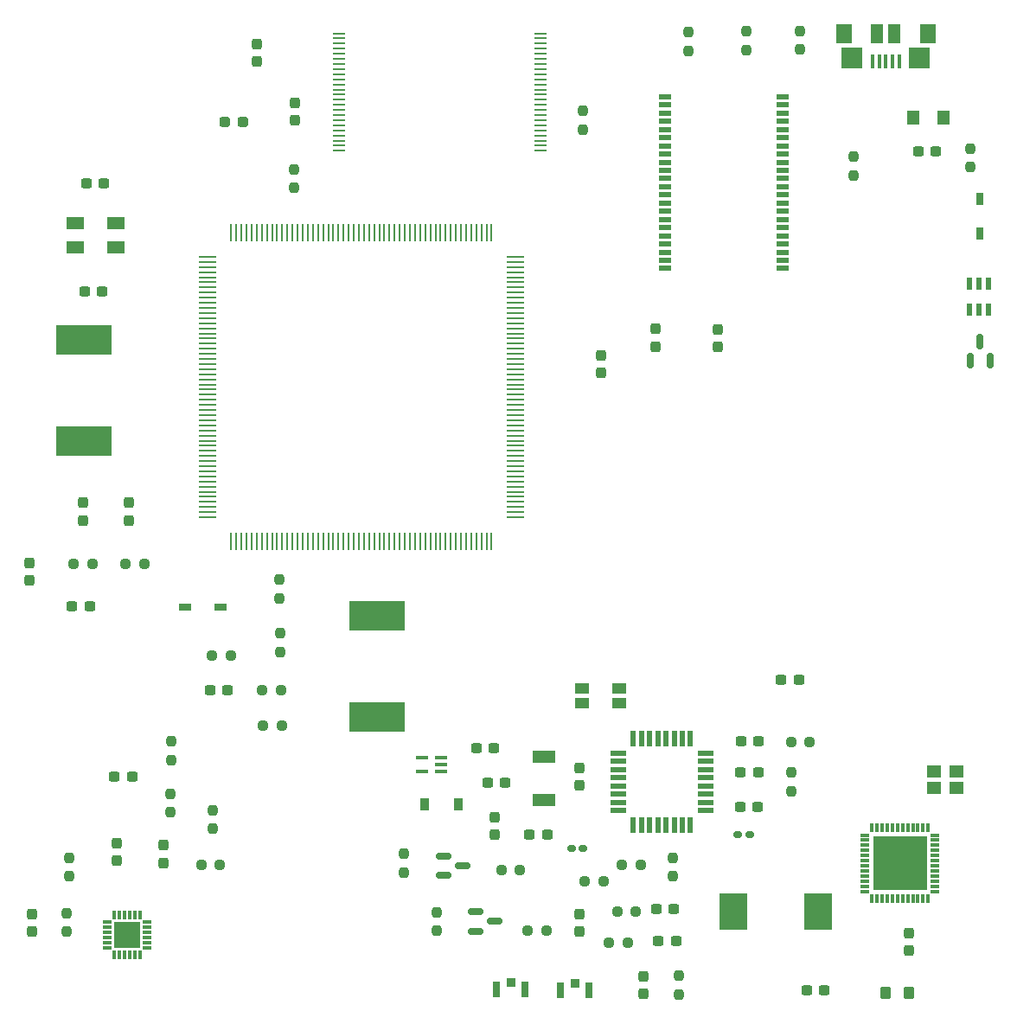
<source format=gtp>
%TF.GenerationSoftware,KiCad,Pcbnew,(6.0.8)*%
%TF.CreationDate,2022-12-02T10:37:27+07:00*%
%TF.ProjectId,espot_mainboard,6573706f-745f-46d6-9169-6e626f617264,rev?*%
%TF.SameCoordinates,Original*%
%TF.FileFunction,Paste,Top*%
%TF.FilePolarity,Positive*%
%FSLAX46Y46*%
G04 Gerber Fmt 4.6, Leading zero omitted, Abs format (unit mm)*
G04 Created by KiCad (PCBNEW (6.0.8)) date 2022-12-02 10:37:27*
%MOMM*%
%LPD*%
G01*
G04 APERTURE LIST*
G04 Aperture macros list*
%AMRoundRect*
0 Rectangle with rounded corners*
0 $1 Rounding radius*
0 $2 $3 $4 $5 $6 $7 $8 $9 X,Y pos of 4 corners*
0 Add a 4 corners polygon primitive as box body*
4,1,4,$2,$3,$4,$5,$6,$7,$8,$9,$2,$3,0*
0 Add four circle primitives for the rounded corners*
1,1,$1+$1,$2,$3*
1,1,$1+$1,$4,$5*
1,1,$1+$1,$6,$7*
1,1,$1+$1,$8,$9*
0 Add four rect primitives between the rounded corners*
20,1,$1+$1,$2,$3,$4,$5,0*
20,1,$1+$1,$4,$5,$6,$7,0*
20,1,$1+$1,$6,$7,$8,$9,0*
20,1,$1+$1,$8,$9,$2,$3,0*%
G04 Aperture macros list end*
%ADD10R,2.200000X1.300000*%
%ADD11R,0.270000X1.741200*%
%ADD12R,1.741200X0.270000*%
%ADD13R,1.206500X0.279400*%
%ADD14RoundRect,0.237500X-0.250000X-0.237500X0.250000X-0.237500X0.250000X0.237500X-0.250000X0.237500X0*%
%ADD15R,1.200000X0.400000*%
%ADD16R,1.295000X0.600000*%
%ADD17RoundRect,0.237500X0.237500X-0.300000X0.237500X0.300000X-0.237500X0.300000X-0.237500X-0.300000X0*%
%ADD18RoundRect,0.237500X0.237500X-0.250000X0.237500X0.250000X-0.237500X0.250000X-0.237500X-0.250000X0*%
%ADD19RoundRect,0.237500X-0.237500X0.300000X-0.237500X-0.300000X0.237500X-0.300000X0.237500X0.300000X0*%
%ADD20RoundRect,0.237500X-0.300000X-0.237500X0.300000X-0.237500X0.300000X0.237500X-0.300000X0.237500X0*%
%ADD21R,2.700000X3.600000*%
%ADD22RoundRect,0.237500X-0.237500X0.250000X-0.237500X-0.250000X0.237500X-0.250000X0.237500X0.250000X0*%
%ADD23RoundRect,0.237500X-0.237500X0.287500X-0.237500X-0.287500X0.237500X-0.287500X0.237500X0.287500X0*%
%ADD24R,0.750000X1.500000*%
%ADD25R,0.900000X0.900000*%
%ADD26R,2.550000X2.550000*%
%ADD27R,0.850000X0.300000*%
%ADD28R,0.300000X0.850000*%
%ADD29RoundRect,0.237500X0.250000X0.237500X-0.250000X0.237500X-0.250000X-0.237500X0.250000X-0.237500X0*%
%ADD30RoundRect,0.237500X0.300000X0.237500X-0.300000X0.237500X-0.300000X-0.237500X0.300000X-0.237500X0*%
%ADD31R,1.300000X1.400000*%
%ADD32R,1.150000X0.800000*%
%ADD33R,1.400000X1.050000*%
%ADD34R,0.600000X1.250000*%
%ADD35R,0.750000X1.200000*%
%ADD36R,5.400000X2.900000*%
%ADD37R,0.900000X1.200000*%
%ADD38RoundRect,0.160000X-0.222500X-0.160000X0.222500X-0.160000X0.222500X0.160000X-0.222500X0.160000X0*%
%ADD39RoundRect,0.250000X0.275000X0.350000X-0.275000X0.350000X-0.275000X-0.350000X0.275000X-0.350000X0*%
%ADD40RoundRect,0.150000X-0.587500X-0.150000X0.587500X-0.150000X0.587500X0.150000X-0.587500X0.150000X0*%
%ADD41R,1.400000X1.150000*%
%ADD42RoundRect,0.237500X0.287500X0.237500X-0.287500X0.237500X-0.287500X-0.237500X0.287500X-0.237500X0*%
%ADD43R,0.400000X1.350000*%
%ADD44R,2.100000X2.000000*%
%ADD45R,1.600000X1.900000*%
%ADD46R,1.200000X1.900000*%
%ADD47R,5.250000X5.250000*%
%ADD48RoundRect,0.150000X0.150000X-0.587500X0.150000X0.587500X-0.150000X0.587500X-0.150000X-0.587500X0*%
%ADD49R,1.800000X1.200000*%
%ADD50R,1.500000X0.600000*%
%ADD51R,0.600000X1.500000*%
G04 APERTURE END LIST*
D10*
%TO.C,Y2*%
X105525200Y-107581500D03*
X105525200Y-111781500D03*
%TD*%
D11*
%TO.C,U1*%
X74913400Y-56303604D03*
X75413399Y-56303604D03*
X75913401Y-56303604D03*
X76413400Y-56303604D03*
X76913399Y-56303604D03*
X77413400Y-56303604D03*
X77913399Y-56303604D03*
X78413401Y-56303604D03*
X78913400Y-56303604D03*
X79413399Y-56303604D03*
X79913400Y-56303604D03*
X80413399Y-56303604D03*
X80913401Y-56303604D03*
X81413400Y-56303604D03*
X81913399Y-56303604D03*
X82413400Y-56303604D03*
X82913399Y-56303604D03*
X83413401Y-56303604D03*
X83913400Y-56303604D03*
X84413399Y-56303604D03*
X84913400Y-56303604D03*
X85413399Y-56303604D03*
X85913401Y-56303604D03*
X86413400Y-56303604D03*
X86913399Y-56303604D03*
X87413400Y-56303604D03*
X87913400Y-56303604D03*
X88413401Y-56303604D03*
X88913400Y-56303604D03*
X89413399Y-56303604D03*
X89913401Y-56303604D03*
X90413400Y-56303604D03*
X90913401Y-56303604D03*
X91413400Y-56303604D03*
X91913399Y-56303604D03*
X92413401Y-56303604D03*
X92913400Y-56303604D03*
X93413401Y-56303604D03*
X93913400Y-56303604D03*
X94413399Y-56303604D03*
X94913401Y-56303604D03*
X95413400Y-56303604D03*
X95913401Y-56303604D03*
X96413400Y-56303604D03*
X96913399Y-56303604D03*
X97413401Y-56303604D03*
X97913400Y-56303604D03*
X98413399Y-56303604D03*
X98913400Y-56303604D03*
X99413399Y-56303604D03*
X99913401Y-56303604D03*
X100413400Y-56303604D03*
D12*
X102748396Y-58638600D03*
X102748396Y-59138599D03*
X102748396Y-59638601D03*
X102748396Y-60138600D03*
X102748396Y-60638599D03*
X102748396Y-61138600D03*
X102748396Y-61638599D03*
X102748396Y-62138601D03*
X102748396Y-62638600D03*
X102748396Y-63138599D03*
X102748396Y-63638600D03*
X102748396Y-64138599D03*
X102748396Y-64638601D03*
X102748396Y-65138600D03*
X102748396Y-65638599D03*
X102748396Y-66138600D03*
X102748396Y-66638599D03*
X102748396Y-67138601D03*
X102748396Y-67638600D03*
X102748396Y-68138599D03*
X102748396Y-68638600D03*
X102748396Y-69138599D03*
X102748396Y-69638601D03*
X102748396Y-70138600D03*
X102748396Y-70638599D03*
X102748396Y-71138600D03*
X102748396Y-71638600D03*
X102748396Y-72138601D03*
X102748396Y-72638600D03*
X102748396Y-73138599D03*
X102748396Y-73638601D03*
X102748396Y-74138600D03*
X102748396Y-74638601D03*
X102748396Y-75138600D03*
X102748396Y-75638599D03*
X102748396Y-76138601D03*
X102748396Y-76638600D03*
X102748396Y-77138601D03*
X102748396Y-77638600D03*
X102748396Y-78138599D03*
X102748396Y-78638601D03*
X102748396Y-79138600D03*
X102748396Y-79638601D03*
X102748396Y-80138600D03*
X102748396Y-80638599D03*
X102748396Y-81138601D03*
X102748396Y-81638600D03*
X102748396Y-82138599D03*
X102748396Y-82638600D03*
X102748396Y-83138599D03*
X102748396Y-83638601D03*
X102748396Y-84138600D03*
D11*
X100413400Y-86473596D03*
X99913401Y-86473596D03*
X99413399Y-86473596D03*
X98913400Y-86473596D03*
X98413401Y-86473596D03*
X97913400Y-86473596D03*
X97413401Y-86473596D03*
X96913399Y-86473596D03*
X96413400Y-86473596D03*
X95913401Y-86473596D03*
X95413400Y-86473596D03*
X94913401Y-86473596D03*
X94413399Y-86473596D03*
X93913400Y-86473596D03*
X93413401Y-86473596D03*
X92913400Y-86473596D03*
X92413401Y-86473596D03*
X91913399Y-86473596D03*
X91413400Y-86473596D03*
X90913401Y-86473596D03*
X90413400Y-86473596D03*
X89913401Y-86473596D03*
X89413399Y-86473596D03*
X88913400Y-86473596D03*
X88413401Y-86473596D03*
X87913400Y-86473596D03*
X87413400Y-86473596D03*
X86913399Y-86473596D03*
X86413400Y-86473596D03*
X85913401Y-86473596D03*
X85413399Y-86473596D03*
X84913400Y-86473596D03*
X84413399Y-86473596D03*
X83913400Y-86473596D03*
X83413401Y-86473596D03*
X82913399Y-86473596D03*
X82413400Y-86473596D03*
X81913399Y-86473596D03*
X81413400Y-86473596D03*
X80913401Y-86473596D03*
X80413399Y-86473596D03*
X79913400Y-86473596D03*
X79413399Y-86473596D03*
X78913400Y-86473596D03*
X78413401Y-86473596D03*
X77913399Y-86473596D03*
X77413400Y-86473596D03*
X76913401Y-86473596D03*
X76413400Y-86473596D03*
X75913401Y-86473596D03*
X75413399Y-86473596D03*
X74913400Y-86473596D03*
D12*
X72578404Y-84138600D03*
X72578404Y-83638601D03*
X72578404Y-83138599D03*
X72578404Y-82638600D03*
X72578404Y-82138599D03*
X72578404Y-81638600D03*
X72578404Y-81138601D03*
X72578404Y-80638599D03*
X72578404Y-80138600D03*
X72578404Y-79638599D03*
X72578404Y-79138600D03*
X72578404Y-78638601D03*
X72578404Y-78138599D03*
X72578404Y-77638600D03*
X72578404Y-77138599D03*
X72578404Y-76638600D03*
X72578404Y-76138601D03*
X72578404Y-75638599D03*
X72578404Y-75138600D03*
X72578404Y-74638599D03*
X72578404Y-74138600D03*
X72578404Y-73638601D03*
X72578404Y-73138599D03*
X72578404Y-72638600D03*
X72578404Y-72138598D03*
X72578404Y-71638600D03*
X72578404Y-71138600D03*
X72578404Y-70638599D03*
X72578404Y-70138600D03*
X72578404Y-69638601D03*
X72578404Y-69138599D03*
X72578404Y-68638600D03*
X72578404Y-68138599D03*
X72578404Y-67638600D03*
X72578404Y-67138601D03*
X72578404Y-66638599D03*
X72578404Y-66138600D03*
X72578404Y-65638599D03*
X72578404Y-65138600D03*
X72578404Y-64638601D03*
X72578404Y-64138599D03*
X72578404Y-63638600D03*
X72578404Y-63138599D03*
X72578404Y-62638600D03*
X72578404Y-62138601D03*
X72578404Y-61638599D03*
X72578404Y-61138600D03*
X72578404Y-60638599D03*
X72578404Y-60138600D03*
X72578404Y-59638601D03*
X72578404Y-59138599D03*
X72578404Y-58638600D03*
%TD*%
D13*
%TO.C,U2*%
X105167150Y-48263199D03*
X105167150Y-47763200D03*
X105167150Y-47263201D03*
X105167150Y-46763199D03*
X105167150Y-46263200D03*
X105167150Y-45763201D03*
X105167150Y-45263200D03*
X105167150Y-44763201D03*
X105167150Y-44263199D03*
X105167150Y-43763200D03*
X105167150Y-43263201D03*
X105167150Y-42763200D03*
X105167150Y-42263200D03*
X105167150Y-41763199D03*
X105167150Y-41263200D03*
X105167150Y-40763201D03*
X105167150Y-40263199D03*
X105167150Y-39763200D03*
X105167150Y-39263199D03*
X105167150Y-38763200D03*
X105167150Y-38263201D03*
X105167150Y-37763199D03*
X105167150Y-37263200D03*
X105167150Y-36763199D03*
X85469450Y-36763201D03*
X85469450Y-37263200D03*
X85469450Y-37763199D03*
X85469450Y-38263201D03*
X85469450Y-38763200D03*
X85469450Y-39263201D03*
X85469450Y-39763200D03*
X85469450Y-40263199D03*
X85469450Y-40763201D03*
X85469450Y-41263200D03*
X85469450Y-41763202D03*
X85469450Y-42263200D03*
X85469450Y-42763200D03*
X85469450Y-43263201D03*
X85469450Y-43763200D03*
X85469450Y-44263199D03*
X85469450Y-44763201D03*
X85469450Y-45263200D03*
X85469450Y-45763201D03*
X85469450Y-46263200D03*
X85469450Y-46763199D03*
X85469450Y-47263201D03*
X85469450Y-47763200D03*
X85469450Y-48263201D03*
%TD*%
D14*
%TO.C,R51*%
X129737900Y-106123600D03*
X131562900Y-106123600D03*
%TD*%
D15*
%TO.C,U10*%
X95477900Y-108983800D03*
X95477900Y-108333800D03*
X95477900Y-107683800D03*
X93577900Y-107683800D03*
X93577900Y-108983800D03*
%TD*%
D14*
%TO.C,R38*%
X77954200Y-101094900D03*
X79779200Y-101094900D03*
%TD*%
D16*
%TO.C,U3*%
X128878500Y-59779400D03*
X128878500Y-58979400D03*
X128878500Y-58179400D03*
X128878500Y-57379400D03*
X128878500Y-56579400D03*
X128878500Y-55779400D03*
X128878500Y-54979400D03*
X128878500Y-54179400D03*
X128878500Y-53379400D03*
X128878500Y-52579400D03*
X128878500Y-51779400D03*
X128878500Y-50979400D03*
X128878500Y-50179400D03*
X128878500Y-49379400D03*
X128878500Y-48579400D03*
X128878500Y-47779400D03*
X128878500Y-46979400D03*
X128878500Y-46179400D03*
X128878500Y-45379400D03*
X128878500Y-44579400D03*
X128878500Y-43779400D03*
X128878500Y-42979400D03*
X117422500Y-42979400D03*
X117422500Y-43779400D03*
X117422500Y-44579400D03*
X117422500Y-45379400D03*
X117422500Y-46179400D03*
X117422500Y-46979400D03*
X117422500Y-47779400D03*
X117422500Y-48579400D03*
X117422500Y-49379400D03*
X117422500Y-50179400D03*
X117422500Y-50979400D03*
X117422500Y-51779400D03*
X117422500Y-52579400D03*
X117422500Y-53379400D03*
X117422500Y-54179400D03*
X117422500Y-54979400D03*
X117422500Y-55779400D03*
X117422500Y-56579400D03*
X117422500Y-57379400D03*
X117422500Y-58179400D03*
X117422500Y-58979400D03*
X117422500Y-59779400D03*
%TD*%
D17*
%TO.C,C6*%
X111097600Y-70016000D03*
X111097600Y-68291000D03*
%TD*%
D18*
%TO.C,R20*%
X119646900Y-38463600D03*
X119646900Y-36638600D03*
%TD*%
D19*
%TO.C,C41*%
X100727400Y-113509000D03*
X100727400Y-115234000D03*
%TD*%
%TO.C,C46*%
X108975300Y-108657300D03*
X108975300Y-110382300D03*
%TD*%
D17*
%TO.C,C27*%
X55379200Y-124701700D03*
X55379200Y-122976700D03*
%TD*%
D20*
%TO.C,C32*%
X59345400Y-92868700D03*
X61070400Y-92868700D03*
%TD*%
D21*
%TO.C,L6*%
X124080500Y-122738500D03*
X132380500Y-122738500D03*
%TD*%
D22*
%TO.C,R55*%
X129785900Y-109126000D03*
X129785900Y-110951000D03*
%TD*%
D14*
%TO.C,R53*%
X113184100Y-118145100D03*
X115009100Y-118145100D03*
%TD*%
D18*
%TO.C,R37*%
X79675300Y-97294400D03*
X79675300Y-95469400D03*
%TD*%
%TO.C,R54*%
X118139700Y-119273200D03*
X118139700Y-117448200D03*
%TD*%
D17*
%TO.C,C43*%
X115310600Y-130817800D03*
X115310600Y-129092800D03*
%TD*%
D20*
%TO.C,C40*%
X124824400Y-106069700D03*
X126549400Y-106069700D03*
%TD*%
D23*
%TO.C,FB3*%
X116437700Y-65693900D03*
X116437700Y-67443900D03*
%TD*%
D20*
%TO.C,C52*%
X98894500Y-106770500D03*
X100619500Y-106770500D03*
%TD*%
%TO.C,C29*%
X63473400Y-109515300D03*
X65198400Y-109515300D03*
%TD*%
D24*
%TO.C,LED2*%
X109933400Y-130407300D03*
D25*
X108558400Y-129757300D03*
D24*
X107183400Y-130407300D03*
%TD*%
D18*
%TO.C,R45*%
X135850500Y-50664400D03*
X135850500Y-48839400D03*
%TD*%
D26*
%TO.C,U7*%
X64730500Y-125039400D03*
D27*
X62780500Y-126289400D03*
X62780500Y-125789400D03*
X62780500Y-125289400D03*
X62780500Y-124789400D03*
X62780500Y-124289400D03*
X62780500Y-123789400D03*
D28*
X63480500Y-123089400D03*
X63980500Y-123089400D03*
X64480500Y-123089400D03*
X64980500Y-123089400D03*
X65480500Y-123089400D03*
X65980500Y-123089400D03*
D27*
X66680500Y-123789400D03*
X66680500Y-124289400D03*
X66680500Y-124789400D03*
X66680500Y-125289400D03*
X66680500Y-125789400D03*
X66680500Y-126289400D03*
D28*
X65980500Y-126989400D03*
X65480500Y-126989400D03*
X64980500Y-126989400D03*
X64480500Y-126989400D03*
X63980500Y-126989400D03*
X63480500Y-126989400D03*
%TD*%
D29*
%TO.C,R41*%
X66385100Y-88663900D03*
X64560100Y-88663900D03*
%TD*%
D20*
%TO.C,C53*%
X128760100Y-100043500D03*
X130485100Y-100043500D03*
%TD*%
D18*
%TO.C,R21*%
X125380600Y-38382000D03*
X125380600Y-36557000D03*
%TD*%
D14*
%TO.C,R60*%
X111886400Y-125746100D03*
X113711400Y-125746100D03*
%TD*%
D19*
%TO.C,C31*%
X63689000Y-116011200D03*
X63689000Y-117736200D03*
%TD*%
D18*
%TO.C,R22*%
X130605100Y-38350600D03*
X130605100Y-36525600D03*
%TD*%
D20*
%TO.C,C44*%
X124770500Y-109142400D03*
X126495500Y-109142400D03*
%TD*%
D30*
%TO.C,C39*%
X143897700Y-48320600D03*
X142172700Y-48320600D03*
%TD*%
D31*
%TO.C,TS2*%
X141729000Y-44978300D03*
X144629000Y-44978300D03*
%TD*%
D32*
%TO.C,D1*%
X70405100Y-92927800D03*
X73905100Y-92927800D03*
%TD*%
D30*
%TO.C,C49*%
X132992400Y-130440500D03*
X131267400Y-130440500D03*
%TD*%
D33*
%TO.C,SW1*%
X109277800Y-100875300D03*
X112877800Y-100875300D03*
X109277800Y-102315300D03*
X112877800Y-102315300D03*
%TD*%
D34*
%TO.C,U8*%
X147175700Y-63806700D03*
X148125700Y-63806700D03*
X149075700Y-63806700D03*
X149075700Y-61306700D03*
X148125700Y-61306700D03*
X147175700Y-61306700D03*
%TD*%
D35*
%TO.C,D2*%
X148233500Y-52929600D03*
X148233500Y-56329600D03*
%TD*%
D17*
%TO.C,C36*%
X60392600Y-84446400D03*
X60392600Y-82721400D03*
%TD*%
D14*
%TO.C,R57*%
X109518400Y-119762300D03*
X111343400Y-119762300D03*
%TD*%
D18*
%TO.C,R19*%
X81049400Y-51877400D03*
X81049400Y-50052400D03*
%TD*%
D20*
%TO.C,C42*%
X100026600Y-110112800D03*
X101751600Y-110112800D03*
%TD*%
D18*
%TO.C,R66*%
X95067000Y-124610100D03*
X95067000Y-122785100D03*
%TD*%
D14*
%TO.C,R58*%
X112703400Y-122738500D03*
X114528400Y-122738500D03*
%TD*%
D36*
%TO.C,L4*%
X60473500Y-76689200D03*
X60473500Y-66789200D03*
%TD*%
D29*
%TO.C,R35*%
X79860000Y-104491100D03*
X78035000Y-104491100D03*
%TD*%
D18*
%TO.C,R36*%
X59018000Y-119280100D03*
X59018000Y-117455100D03*
%TD*%
%TO.C,R29*%
X58775400Y-124697800D03*
X58775400Y-122872800D03*
%TD*%
%TO.C,R18*%
X109348000Y-46181300D03*
X109348000Y-44356300D03*
%TD*%
D20*
%TO.C,C47*%
X116522500Y-122457700D03*
X118247500Y-122457700D03*
%TD*%
D17*
%TO.C,C28*%
X68298200Y-117978800D03*
X68298200Y-116253800D03*
%TD*%
D20*
%TO.C,C45*%
X124716600Y-112484700D03*
X126441600Y-112484700D03*
%TD*%
D37*
%TO.C,D4*%
X97115500Y-112269100D03*
X93815500Y-112269100D03*
%TD*%
D38*
%TO.C,FB9*%
X124541900Y-115234000D03*
X125686900Y-115234000D03*
%TD*%
D17*
%TO.C,C4*%
X81187100Y-45291900D03*
X81187100Y-43566900D03*
%TD*%
D14*
%TO.C,R68*%
X103965800Y-124560200D03*
X105790800Y-124560200D03*
%TD*%
D30*
%TO.C,C70*%
X62468000Y-51457100D03*
X60743000Y-51457100D03*
%TD*%
D20*
%TO.C,C50*%
X116738200Y-125584400D03*
X118463200Y-125584400D03*
%TD*%
%TO.C,C48*%
X104123600Y-115234000D03*
X105848600Y-115234000D03*
%TD*%
D19*
%TO.C,C5*%
X122582400Y-65756900D03*
X122582400Y-67481900D03*
%TD*%
D14*
%TO.C,R67*%
X101378200Y-118684200D03*
X103203200Y-118684200D03*
%TD*%
D39*
%TO.C,ANT1*%
X138985300Y-130683100D03*
X141285300Y-130683100D03*
%TD*%
D40*
%TO.C,Q2*%
X98819500Y-122747600D03*
X98819500Y-124647600D03*
X100694500Y-123697600D03*
%TD*%
D22*
%TO.C,R28*%
X68945100Y-111190400D03*
X68945100Y-113015400D03*
%TD*%
%TO.C,R65*%
X91778600Y-117070900D03*
X91778600Y-118895900D03*
%TD*%
D24*
%TO.C,LED1*%
X103656400Y-130330600D03*
D25*
X102281400Y-129680600D03*
D24*
X100906400Y-130330600D03*
%TD*%
D22*
%TO.C,R33*%
X73069000Y-112807600D03*
X73069000Y-114632600D03*
%TD*%
D41*
%TO.C,Y1*%
X143713100Y-110641300D03*
X145913100Y-110641300D03*
X145913100Y-109041300D03*
X143713100Y-109041300D03*
%TD*%
D42*
%TO.C,FB2*%
X76060800Y-45399300D03*
X74310800Y-45399300D03*
%TD*%
D43*
%TO.C,J3*%
X137703200Y-39489000D03*
X138353200Y-39489000D03*
X139003200Y-39489000D03*
X139653200Y-39489000D03*
X140303200Y-39489000D03*
D44*
X142303200Y-39164000D03*
X135703200Y-39164000D03*
D45*
X143103200Y-36814000D03*
X134903200Y-36814000D03*
D46*
X139853200Y-36814000D03*
X138153200Y-36814000D03*
%TD*%
D29*
%TO.C,R42*%
X61305100Y-88663900D03*
X59480100Y-88663900D03*
%TD*%
D28*
%TO.C,U4*%
X137647800Y-121449800D03*
X138147800Y-121449800D03*
X138647800Y-121449800D03*
X139147800Y-121449800D03*
X139647800Y-121449800D03*
X140147800Y-121449800D03*
X140647800Y-121449800D03*
X141147800Y-121449800D03*
X141647800Y-121449800D03*
X142147800Y-121449800D03*
X142647800Y-121449800D03*
X143147800Y-121449800D03*
D27*
X143847800Y-120749800D03*
X143847800Y-120249800D03*
X143847800Y-119749800D03*
X143847800Y-119249800D03*
X143847800Y-118749800D03*
X143847800Y-118249800D03*
X143847800Y-117749800D03*
X143847800Y-117249800D03*
X143847800Y-116749800D03*
X143847800Y-116249800D03*
X143847800Y-115749800D03*
X143847800Y-115249800D03*
D28*
X143147800Y-114549800D03*
X142647800Y-114549800D03*
X142147800Y-114549800D03*
X141647800Y-114549800D03*
X141147800Y-114549800D03*
X140647800Y-114549800D03*
X140147800Y-114549800D03*
X139647800Y-114549800D03*
X139147800Y-114549800D03*
X138647800Y-114549800D03*
X138147800Y-114549800D03*
X137647800Y-114549800D03*
D27*
X136947800Y-115249800D03*
X136947800Y-115749800D03*
X136947800Y-116249800D03*
X136947800Y-116749800D03*
X136947800Y-117249800D03*
X136947800Y-117749800D03*
X136947800Y-118249800D03*
X136947800Y-118749800D03*
X136947800Y-119249800D03*
X136947800Y-119749800D03*
X136947800Y-120249800D03*
X136947800Y-120749800D03*
D47*
X140397800Y-117999800D03*
%TD*%
D19*
%TO.C,C24*%
X141275600Y-124836700D03*
X141275600Y-126561700D03*
%TD*%
D48*
%TO.C,Q1*%
X147283500Y-68788100D03*
X149183500Y-68788100D03*
X148233500Y-66913100D03*
%TD*%
D14*
%TO.C,R32*%
X71994800Y-118167500D03*
X73819800Y-118167500D03*
%TD*%
D22*
%TO.C,R48*%
X147299100Y-48038800D03*
X147299100Y-49863800D03*
%TD*%
%TO.C,R34*%
X69044900Y-106079400D03*
X69044900Y-107904400D03*
%TD*%
D18*
%TO.C,R31*%
X79594400Y-92061400D03*
X79594400Y-90236400D03*
%TD*%
D49*
%TO.C,Y3*%
X59605500Y-57737100D03*
X63605500Y-57737100D03*
X63605500Y-55337100D03*
X59605500Y-55337100D03*
%TD*%
D20*
%TO.C,C69*%
X60572400Y-62028600D03*
X62297400Y-62028600D03*
%TD*%
D17*
%TO.C,C34*%
X64858500Y-84446400D03*
X64858500Y-82721400D03*
%TD*%
D40*
%TO.C,Q3*%
X95692900Y-117302900D03*
X95692900Y-119202900D03*
X97567900Y-118252900D03*
%TD*%
D17*
%TO.C,C51*%
X108975300Y-124721900D03*
X108975300Y-122996900D03*
%TD*%
D23*
%TO.C,FB7*%
X55127900Y-88591200D03*
X55127900Y-90341200D03*
%TD*%
D50*
%TO.C,U9*%
X112835900Y-107238500D03*
X112835900Y-108038500D03*
X112835900Y-108838500D03*
X112835900Y-109638500D03*
X112835900Y-110438500D03*
X112835900Y-111238500D03*
X112835900Y-112038500D03*
X112835900Y-112838500D03*
D51*
X114285900Y-114288500D03*
X115085900Y-114288500D03*
X115885900Y-114288500D03*
X116685900Y-114288500D03*
X117485900Y-114288500D03*
X118285900Y-114288500D03*
X119085900Y-114288500D03*
X119885900Y-114288500D03*
D50*
X121335900Y-112838500D03*
X121335900Y-112038500D03*
X121335900Y-111238500D03*
X121335900Y-110438500D03*
X121335900Y-109638500D03*
X121335900Y-108838500D03*
X121335900Y-108038500D03*
X121335900Y-107238500D03*
D51*
X119885900Y-105788500D03*
X119085900Y-105788500D03*
X118285900Y-105788500D03*
X117485900Y-105788500D03*
X116685900Y-105788500D03*
X115885900Y-105788500D03*
X115085900Y-105788500D03*
X114285900Y-105788500D03*
%TD*%
D30*
%TO.C,C30*%
X74554000Y-101094900D03*
X72829000Y-101094900D03*
%TD*%
D38*
%TO.C,FB10*%
X108241100Y-116527800D03*
X109386100Y-116527800D03*
%TD*%
D29*
%TO.C,R30*%
X74869600Y-97698700D03*
X73044600Y-97698700D03*
%TD*%
D36*
%TO.C,L5*%
X89207800Y-103671300D03*
X89207800Y-93771300D03*
%TD*%
D17*
%TO.C,C3*%
X77430500Y-39541900D03*
X77430500Y-37816900D03*
%TD*%
D18*
%TO.C,R56*%
X118706800Y-130867900D03*
X118706800Y-129042900D03*
%TD*%
M02*

</source>
